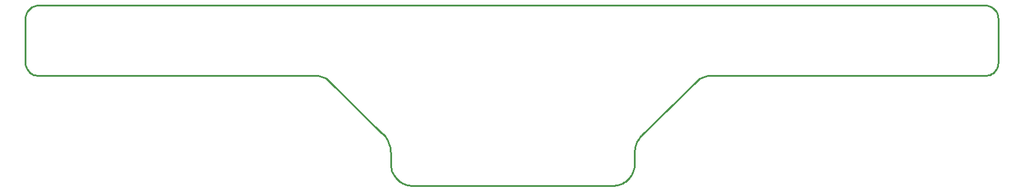
<source format=gm1>
G04*
G04 #@! TF.GenerationSoftware,Altium Limited,Altium Designer,19.0.12 (326)*
G04*
G04 Layer_Color=16711935*
%FSLAX25Y25*%
%MOIN*%
G70*
G01*
G75*
%ADD13C,0.01000*%
D13*
X208000Y19000D02*
X207992Y19994D01*
X207916Y20986D01*
X207773Y21969D01*
X207565Y22941D01*
X207291Y23897D01*
X206953Y24832D01*
X206552Y25742D01*
X206091Y26623D01*
X205572Y27471D01*
X204997Y28282D01*
X204368Y29051D01*
X203688Y29777D01*
X202961Y30455D01*
X172986Y59987D02*
X172280Y60663D01*
X171509Y61263D01*
X170681Y61782D01*
X169804Y62214D01*
X168888Y62555D01*
X167942Y62801D01*
X166976Y62950D01*
X166000Y63000D01*
X389000Y63000D02*
X388028Y62951D01*
X387067Y62803D01*
X386125Y62559D01*
X385212Y62222D01*
X384339Y61793D01*
X383513Y61278D01*
X382744Y60683D01*
X382039Y60013D01*
X351000Y29500D02*
X350280Y28778D01*
X349614Y28005D01*
X349006Y27186D01*
X348460Y26325D01*
X347977Y25426D01*
X347562Y24495D01*
X347215Y23536D01*
X346939Y22554D01*
X346735Y21555D01*
X346605Y20543D01*
X346548Y19525D01*
X346566Y18505D01*
X334018Y501D02*
X334999Y540D01*
X335974Y655D01*
X336936Y847D01*
X337881Y1113D01*
X338802Y1453D01*
X339693Y1864D01*
X340549Y2344D01*
X341366Y2889D01*
X342136Y3496D01*
X342857Y4163D01*
X343523Y4883D01*
X344131Y5654D01*
X344676Y6470D01*
X345156Y7327D01*
X345567Y8218D01*
X345906Y9139D01*
X346173Y10083D01*
X346364Y11046D01*
X346480Y12021D01*
X346518Y13002D01*
X208018D02*
X208057Y12021D01*
X208172Y11046D01*
X208364Y10083D01*
X208630Y9139D01*
X208970Y8218D01*
X209381Y7327D01*
X209860Y6470D01*
X210405Y5654D01*
X211013Y4883D01*
X211679Y4163D01*
X212400Y3496D01*
X213171Y2889D01*
X213987Y2344D01*
X214843Y1864D01*
X215735Y1453D01*
X216655Y1113D01*
X217600Y847D01*
X218563Y655D01*
X219537Y540D01*
X220518Y501D01*
X518Y70502D02*
X582Y69523D01*
X774Y68560D01*
X1089Y67631D01*
X1523Y66751D01*
X2068Y65936D01*
X2715Y65198D01*
X3452Y64551D01*
X4268Y64006D01*
X5148Y63572D01*
X6077Y63257D01*
X7039Y63066D01*
X8018Y63002D01*
Y103018D02*
X7037Y102954D01*
X6073Y102762D01*
X5142Y102446D01*
X4260Y102011D01*
X3442Y101465D01*
X2703Y100817D01*
X2055Y100077D01*
X1508Y99260D01*
X1074Y98378D01*
X758Y97447D01*
X566Y96483D01*
X501Y95502D01*
X545518Y63002D02*
X546497Y63066D01*
X547459Y63257D01*
X548388Y63572D01*
X549268Y64006D01*
X550084Y64551D01*
X550821Y65198D01*
X551468Y65936D01*
X552013Y66751D01*
X552447Y67631D01*
X552763Y68560D01*
X552954Y69523D01*
X553018Y70502D01*
Y95502D02*
X552954Y96480D01*
X552763Y97443D01*
X552447Y98372D01*
X552013Y99252D01*
X551468Y100067D01*
X550821Y100805D01*
X550084Y101452D01*
X549268Y101997D01*
X548388Y102431D01*
X547459Y102746D01*
X546497Y102937D01*
X545518Y103001D01*
X350500Y29000D02*
X382000Y60000D01*
X172986Y59987D02*
X202965Y30459D01*
X346564Y13002D02*
Y20001D01*
X208011Y19000D02*
X208018Y13002D01*
X518Y70002D02*
Y95518D01*
X8002Y103001D02*
X545518D01*
X7518Y63002D02*
X166000D01*
X553018Y70502D02*
Y95502D01*
X389000Y63002D02*
X545518Y63002D01*
X220518Y501D02*
X334018D01*
M02*

</source>
